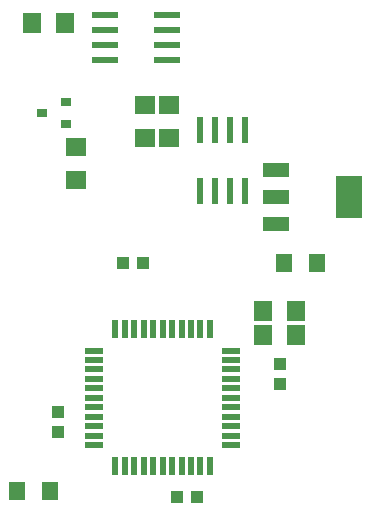
<source format=gtp>
G75*
%MOIN*%
%OFA0B0*%
%FSLAX24Y24*%
%IPPOS*%
%LPD*%
%AMOC8*
5,1,8,0,0,1.08239X$1,22.5*
%
%ADD10R,0.0870X0.0240*%
%ADD11R,0.0630X0.0709*%
%ADD12R,0.0709X0.0630*%
%ADD13R,0.0551X0.0630*%
%ADD14R,0.0236X0.0866*%
%ADD15R,0.0880X0.0480*%
%ADD16R,0.0866X0.1417*%
%ADD17R,0.0591X0.0197*%
%ADD18R,0.0197X0.0591*%
%ADD19R,0.0433X0.0394*%
%ADD20R,0.0394X0.0433*%
%ADD21R,0.0354X0.0315*%
D10*
X005766Y019608D03*
X005766Y020108D03*
X005766Y020608D03*
X005766Y021108D03*
X007826Y021108D03*
X007826Y020608D03*
X007826Y020108D03*
X007826Y019608D03*
D11*
X004447Y020858D03*
X003345Y020858D03*
X011045Y011258D03*
X011045Y010458D03*
X012147Y010458D03*
X012147Y011258D03*
D12*
X007896Y017007D03*
X007896Y018109D03*
X007096Y018109D03*
X007096Y017007D03*
X004796Y016709D03*
X004796Y015607D03*
D13*
X002845Y005258D03*
X003947Y005258D03*
X011745Y012858D03*
X012847Y012858D03*
D14*
X010446Y015235D03*
X009946Y015235D03*
X009446Y015235D03*
X008946Y015235D03*
X008946Y017282D03*
X009446Y017282D03*
X009946Y017282D03*
X010446Y017282D03*
D15*
X011476Y015968D03*
X011476Y015058D03*
X011476Y014148D03*
D16*
X013916Y015058D03*
D17*
X009980Y009933D03*
X009980Y009618D03*
X009980Y009303D03*
X009980Y008988D03*
X009980Y008673D03*
X009980Y008358D03*
X009980Y008043D03*
X009980Y007728D03*
X009980Y007413D03*
X009980Y007098D03*
X009980Y006783D03*
X005413Y006783D03*
X005413Y007098D03*
X005413Y007413D03*
X005413Y007728D03*
X005413Y008043D03*
X005413Y008358D03*
X005413Y008673D03*
X005413Y008988D03*
X005413Y009303D03*
X005413Y009618D03*
X005413Y009933D03*
D18*
X006121Y010642D03*
X006436Y010642D03*
X006751Y010642D03*
X007066Y010642D03*
X007381Y010642D03*
X007696Y010642D03*
X008011Y010642D03*
X008326Y010642D03*
X008641Y010642D03*
X008956Y010642D03*
X009271Y010642D03*
X009271Y006075D03*
X008956Y006075D03*
X008641Y006075D03*
X008326Y006075D03*
X008011Y006075D03*
X007696Y006075D03*
X007381Y006075D03*
X007066Y006075D03*
X006751Y006075D03*
X006436Y006075D03*
X006121Y006075D03*
D19*
X008161Y005058D03*
X008831Y005058D03*
X007031Y012858D03*
X006361Y012858D03*
D20*
X004196Y007893D03*
X004196Y007224D03*
X011596Y008824D03*
X011596Y009493D03*
D21*
X004490Y017484D03*
X004490Y018232D03*
X003663Y017858D03*
M02*

</source>
